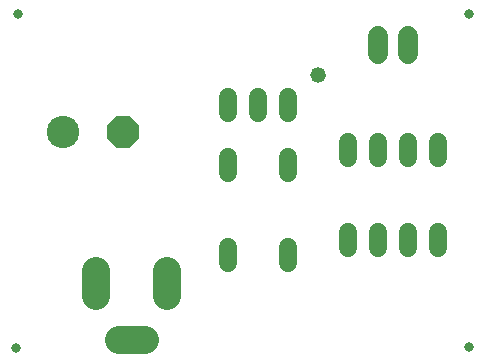
<source format=gbs>
G75*
G70*
%OFA0B0*%
%FSLAX24Y24*%
%IPPOS*%
%LPD*%
%AMOC8*
5,1,8,0,0,1.08239X$1,22.5*
%
%ADD10C,0.0316*%
%ADD11C,0.0600*%
%ADD12C,0.1080*%
%ADD13OC8,0.1080*%
%ADD14C,0.0940*%
%ADD15C,0.0680*%
%ADD16C,0.0520*%
D10*
X000551Y000652D03*
X000601Y011802D03*
X015651Y011802D03*
X015651Y000702D03*
D11*
X014601Y003992D02*
X014601Y004512D01*
X013601Y004512D02*
X013601Y003992D01*
X012601Y003992D02*
X012601Y004512D01*
X011601Y004512D02*
X011601Y003992D01*
X009601Y004012D02*
X009601Y003492D01*
X007601Y003492D02*
X007601Y004012D01*
X007601Y006492D02*
X007601Y007012D01*
X007601Y008492D02*
X007601Y009012D01*
X008601Y009012D02*
X008601Y008492D01*
X009601Y008492D02*
X009601Y009012D01*
X011601Y007512D02*
X011601Y006992D01*
X012601Y006992D02*
X012601Y007512D01*
X013601Y007512D02*
X013601Y006992D01*
X014601Y006992D02*
X014601Y007512D01*
X009601Y007012D02*
X009601Y006492D01*
D12*
X002101Y007852D03*
D13*
X004101Y007852D03*
D14*
X003220Y003232D02*
X003220Y002372D01*
X003971Y000912D02*
X004831Y000912D01*
X005582Y002372D02*
X005582Y003232D01*
D15*
X012601Y010452D02*
X012601Y011052D01*
X013601Y011052D02*
X013601Y010452D01*
D16*
X010601Y009752D03*
M02*

</source>
